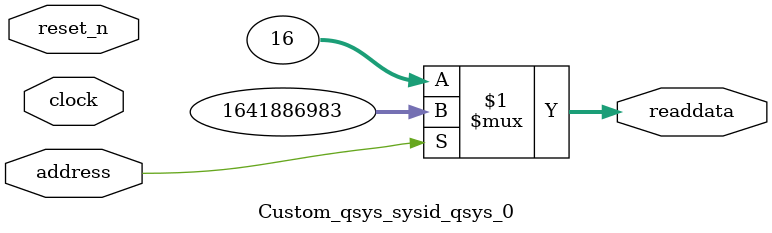
<source format=v>



// synthesis translate_off
`timescale 1ns / 1ps
// synthesis translate_on

// turn off superfluous verilog processor warnings 
// altera message_level Level1 
// altera message_off 10034 10035 10036 10037 10230 10240 10030 

module Custom_qsys_sysid_qsys_0 (
               // inputs:
                address,
                clock,
                reset_n,

               // outputs:
                readdata
             )
;

  output  [ 31: 0] readdata;
  input            address;
  input            clock;
  input            reset_n;

  wire    [ 31: 0] readdata;
  //control_slave, which is an e_avalon_slave
  assign readdata = address ? 1641886983 : 16;

endmodule



</source>
